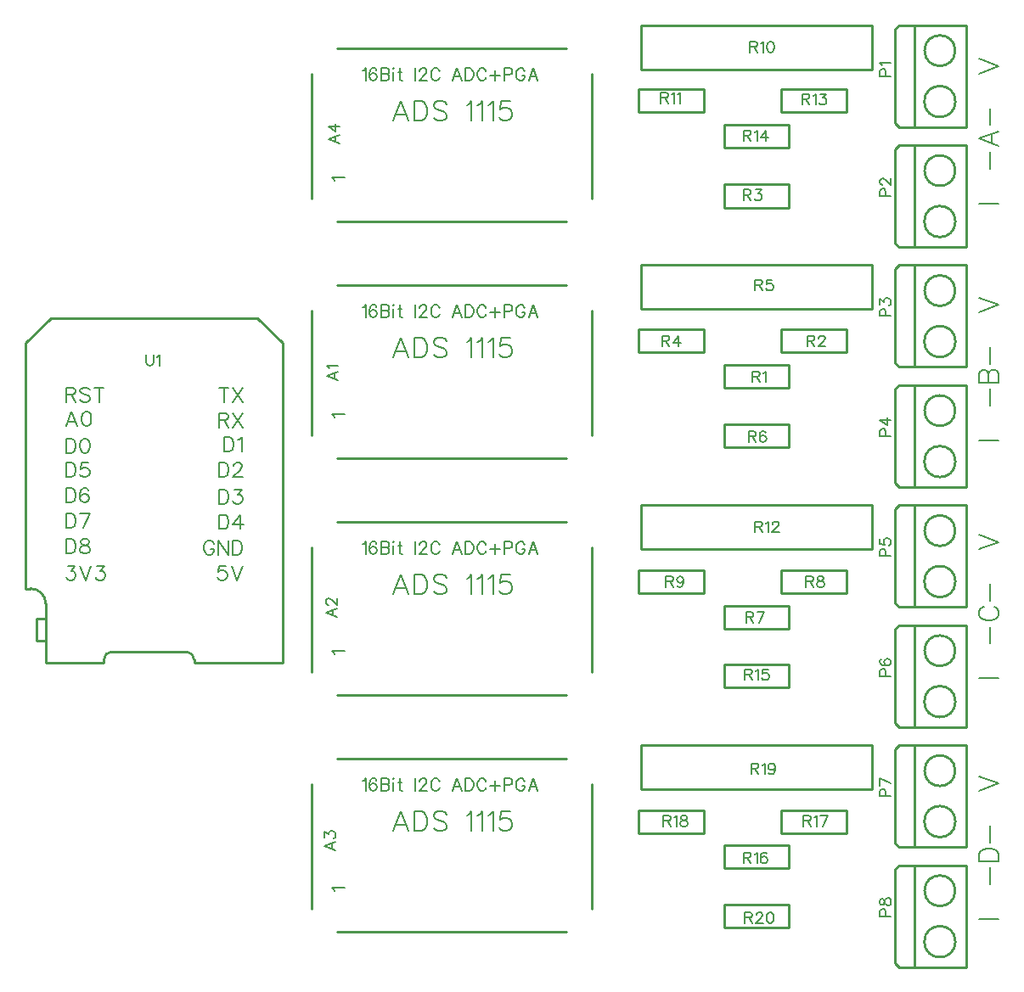
<source format=gto>
G04 Layer: TopSilkLayer*
G04 EasyEDA v6.4.20.6, 2021-08-25T17:44:25--6:00*
G04 0b233f2fb4364318bc2c10b70738dc44,10*
G04 Gerber Generator version 0.2*
G04 Scale: 100 percent, Rotated: No, Reflected: No *
G04 Dimensions in millimeters *
G04 leading zeros omitted , absolute positions ,4 integer and 5 decimal *
%FSLAX45Y45*%
%MOMM*%

%ADD10C,0.2540*%
%ADD14C,0.2032*%
%ADD15C,0.1524*%

%LPD*%
D14*
X10386822Y11963400D02*
G01*
X10580624Y11963400D01*
X10497565Y12308839D02*
G01*
X10497565Y12475210D01*
X10386822Y12609829D02*
G01*
X10580624Y12536170D01*
X10386822Y12609829D02*
G01*
X10580624Y12683744D01*
X10516108Y12563855D02*
G01*
X10516108Y12656058D01*
X10497565Y12744704D02*
G01*
X10497565Y12911074D01*
X10386822Y13256513D02*
G01*
X10580624Y13330428D01*
X10386822Y13404342D02*
G01*
X10580624Y13330428D01*
X10386822Y9601200D02*
G01*
X10580624Y9601200D01*
X10497565Y9946639D02*
G01*
X10497565Y10113010D01*
X10386822Y10173970D02*
G01*
X10580624Y10173970D01*
X10386822Y10173970D02*
G01*
X10386822Y10257028D01*
X10395965Y10284713D01*
X10405109Y10293858D01*
X10423652Y10303255D01*
X10442193Y10303255D01*
X10460736Y10293858D01*
X10469879Y10284713D01*
X10479024Y10257028D01*
X10479024Y10173970D02*
G01*
X10479024Y10257028D01*
X10488422Y10284713D01*
X10497565Y10293858D01*
X10516108Y10303255D01*
X10543793Y10303255D01*
X10562336Y10293858D01*
X10571479Y10284713D01*
X10580624Y10257028D01*
X10580624Y10173970D01*
X10497565Y10364215D02*
G01*
X10497565Y10530331D01*
X10386822Y10875771D02*
G01*
X10580624Y10949686D01*
X10386822Y11023600D02*
G01*
X10580624Y10949686D01*
X10386822Y7226300D02*
G01*
X10580624Y7226300D01*
X10497565Y7571739D02*
G01*
X10497565Y7738110D01*
X10433050Y7937500D02*
G01*
X10414508Y7928355D01*
X10395965Y7909813D01*
X10386822Y7891271D01*
X10386822Y7854442D01*
X10395965Y7835900D01*
X10414508Y7817358D01*
X10433050Y7808213D01*
X10460736Y7799070D01*
X10506709Y7799070D01*
X10534650Y7808213D01*
X10552938Y7817358D01*
X10571479Y7835900D01*
X10580624Y7854442D01*
X10580624Y7891271D01*
X10571479Y7909813D01*
X10552938Y7928355D01*
X10534650Y7937500D01*
X10497565Y7998460D02*
G01*
X10497565Y8164829D01*
X10386822Y8510270D02*
G01*
X10580624Y8583929D01*
X10386822Y8657844D02*
G01*
X10580624Y8583929D01*
X10386822Y4826000D02*
G01*
X10580624Y4826000D01*
X10497565Y5171439D02*
G01*
X10497565Y5337810D01*
X10386822Y5398770D02*
G01*
X10580624Y5398770D01*
X10386822Y5398770D02*
G01*
X10386822Y5463286D01*
X10395965Y5490971D01*
X10414508Y5509513D01*
X10433050Y5518657D01*
X10460736Y5528055D01*
X10506709Y5528055D01*
X10534650Y5518657D01*
X10552938Y5509513D01*
X10571479Y5490971D01*
X10580624Y5463286D01*
X10580624Y5398770D01*
X10497565Y5589015D02*
G01*
X10497565Y5755131D01*
X10386822Y6100571D02*
G01*
X10580624Y6174486D01*
X10386822Y6248400D02*
G01*
X10580624Y6174486D01*
D15*
X2082800Y10452717D02*
G01*
X2082800Y10374739D01*
X2087879Y10359245D01*
X2098293Y10348831D01*
X2114041Y10343751D01*
X2124456Y10343751D01*
X2139950Y10348831D01*
X2150363Y10359245D01*
X2155443Y10374739D01*
X2155443Y10452717D01*
X2189734Y10431889D02*
G01*
X2200147Y10437223D01*
X2215895Y10452717D01*
X2215895Y10343751D01*
D14*
X1282707Y10124988D02*
G01*
X1282707Y9981806D01*
X1282707Y10124988D02*
G01*
X1344071Y10124988D01*
X1364526Y10118171D01*
X1371343Y10111351D01*
X1378163Y10097716D01*
X1378163Y10084079D01*
X1371343Y10070442D01*
X1364526Y10063624D01*
X1344071Y10056807D01*
X1282707Y10056807D01*
X1330434Y10056807D02*
G01*
X1378163Y9981806D01*
X1518617Y10104534D02*
G01*
X1504980Y10118171D01*
X1484525Y10124988D01*
X1457253Y10124988D01*
X1436799Y10118171D01*
X1423162Y10104534D01*
X1423162Y10090896D01*
X1429979Y10077262D01*
X1436799Y10070442D01*
X1450433Y10063624D01*
X1491343Y10049987D01*
X1504980Y10043170D01*
X1511797Y10036352D01*
X1518617Y10022715D01*
X1518617Y10002260D01*
X1504980Y9988623D01*
X1484525Y9981806D01*
X1457253Y9981806D01*
X1436799Y9988623D01*
X1423162Y10002260D01*
X1611342Y10124988D02*
G01*
X1611342Y9981806D01*
X1563616Y10124988D02*
G01*
X1659072Y10124988D01*
X1337249Y9883688D02*
G01*
X1282705Y9740506D01*
X1337249Y9883688D02*
G01*
X1391795Y9740506D01*
X1303159Y9788232D02*
G01*
X1371340Y9788232D01*
X1477705Y9883688D02*
G01*
X1457251Y9876871D01*
X1443614Y9856416D01*
X1436796Y9822324D01*
X1436796Y9801870D01*
X1443614Y9767778D01*
X1457251Y9747323D01*
X1477705Y9740506D01*
X1491340Y9740506D01*
X1511795Y9747323D01*
X1525432Y9767778D01*
X1532249Y9801870D01*
X1532249Y9822324D01*
X1525432Y9856416D01*
X1511795Y9876871D01*
X1491340Y9883688D01*
X1477705Y9883688D01*
X1282705Y9616988D02*
G01*
X1282705Y9473806D01*
X1282705Y9616988D02*
G01*
X1330434Y9616988D01*
X1350888Y9610171D01*
X1364523Y9596534D01*
X1371343Y9582896D01*
X1378160Y9562442D01*
X1378160Y9528352D01*
X1371343Y9507898D01*
X1364523Y9494260D01*
X1350888Y9480623D01*
X1330434Y9473806D01*
X1282705Y9473806D01*
X1464071Y9616988D02*
G01*
X1443616Y9610171D01*
X1429979Y9589716D01*
X1423162Y9555624D01*
X1423162Y9535170D01*
X1429979Y9501078D01*
X1443616Y9480623D01*
X1464071Y9473806D01*
X1477705Y9473806D01*
X1498160Y9480623D01*
X1511797Y9501078D01*
X1518615Y9535170D01*
X1518615Y9555624D01*
X1511797Y9589716D01*
X1498160Y9610171D01*
X1477705Y9616988D01*
X1464071Y9616988D01*
X1282705Y9375688D02*
G01*
X1282705Y9232506D01*
X1282705Y9375688D02*
G01*
X1330434Y9375688D01*
X1350888Y9368871D01*
X1364523Y9355234D01*
X1371343Y9341596D01*
X1378160Y9321142D01*
X1378160Y9287052D01*
X1371343Y9266598D01*
X1364523Y9252960D01*
X1350888Y9239323D01*
X1330434Y9232506D01*
X1282705Y9232506D01*
X1504977Y9375688D02*
G01*
X1436796Y9375688D01*
X1429979Y9314324D01*
X1436796Y9321142D01*
X1457251Y9327962D01*
X1477705Y9327962D01*
X1498160Y9321142D01*
X1511797Y9307507D01*
X1518615Y9287052D01*
X1518615Y9273415D01*
X1511797Y9252960D01*
X1498160Y9239323D01*
X1477705Y9232506D01*
X1457251Y9232506D01*
X1436796Y9239323D01*
X1429979Y9246143D01*
X1423162Y9259778D01*
X1282710Y9121688D02*
G01*
X1282710Y8978506D01*
X1282710Y9121688D02*
G01*
X1330436Y9121688D01*
X1350891Y9114871D01*
X1364528Y9101234D01*
X1371345Y9087596D01*
X1378163Y9067142D01*
X1378163Y9033052D01*
X1371345Y9012598D01*
X1364528Y8998960D01*
X1350891Y8985323D01*
X1330436Y8978506D01*
X1282710Y8978506D01*
X1504983Y9101234D02*
G01*
X1498163Y9114871D01*
X1477708Y9121688D01*
X1464073Y9121688D01*
X1443619Y9114871D01*
X1429981Y9094416D01*
X1423164Y9060324D01*
X1423164Y9026232D01*
X1429981Y8998960D01*
X1443619Y8985323D01*
X1464073Y8978506D01*
X1470891Y8978506D01*
X1491345Y8985323D01*
X1504983Y8998960D01*
X1511800Y9019415D01*
X1511800Y9026232D01*
X1504983Y9046687D01*
X1491345Y9060324D01*
X1470891Y9067142D01*
X1464073Y9067142D01*
X1443619Y9060324D01*
X1429981Y9046687D01*
X1423164Y9026232D01*
X1282705Y8867688D02*
G01*
X1282705Y8724506D01*
X1282705Y8867688D02*
G01*
X1330434Y8867688D01*
X1350888Y8860871D01*
X1364523Y8847234D01*
X1371343Y8833596D01*
X1378160Y8813142D01*
X1378160Y8779052D01*
X1371343Y8758598D01*
X1364523Y8744960D01*
X1350888Y8731323D01*
X1330434Y8724506D01*
X1282705Y8724506D01*
X1518615Y8867688D02*
G01*
X1450433Y8724506D01*
X1423162Y8867688D02*
G01*
X1518615Y8867688D01*
X1282705Y8613688D02*
G01*
X1282705Y8470506D01*
X1282705Y8613688D02*
G01*
X1330434Y8613688D01*
X1350888Y8606871D01*
X1364523Y8593234D01*
X1371343Y8579596D01*
X1378160Y8559142D01*
X1378160Y8525052D01*
X1371343Y8504598D01*
X1364523Y8490960D01*
X1350888Y8477323D01*
X1330434Y8470506D01*
X1282705Y8470506D01*
X1457251Y8613688D02*
G01*
X1436796Y8606871D01*
X1429979Y8593234D01*
X1429979Y8579596D01*
X1436796Y8565962D01*
X1450433Y8559142D01*
X1477705Y8552324D01*
X1498160Y8545507D01*
X1511797Y8531870D01*
X1518615Y8518232D01*
X1518615Y8497778D01*
X1511797Y8484143D01*
X1504977Y8477323D01*
X1484523Y8470506D01*
X1457251Y8470506D01*
X1436796Y8477323D01*
X1429979Y8484143D01*
X1423162Y8497778D01*
X1423162Y8518232D01*
X1429979Y8531870D01*
X1443616Y8545507D01*
X1464071Y8552324D01*
X1491343Y8559142D01*
X1504977Y8565962D01*
X1511797Y8579596D01*
X1511797Y8593234D01*
X1504977Y8606871D01*
X1484523Y8613688D01*
X1457251Y8613688D01*
X1296344Y8346988D02*
G01*
X1371343Y8346988D01*
X1330434Y8292442D01*
X1350888Y8292442D01*
X1364526Y8285624D01*
X1371343Y8278807D01*
X1378163Y8258352D01*
X1378163Y8244715D01*
X1371343Y8224260D01*
X1357708Y8210623D01*
X1337254Y8203806D01*
X1316799Y8203806D01*
X1296344Y8210623D01*
X1289524Y8217443D01*
X1282707Y8231078D01*
X1423162Y8346988D02*
G01*
X1477708Y8203806D01*
X1532252Y8346988D02*
G01*
X1477708Y8203806D01*
X1590888Y8346988D02*
G01*
X1665889Y8346988D01*
X1624980Y8292442D01*
X1645434Y8292442D01*
X1659072Y8285624D01*
X1665889Y8278807D01*
X1672706Y8258352D01*
X1672706Y8244715D01*
X1665889Y8224260D01*
X1652252Y8210623D01*
X1631797Y8203806D01*
X1611342Y8203806D01*
X1590888Y8210623D01*
X1584070Y8217443D01*
X1577253Y8231078D01*
X2854434Y10124988D02*
G01*
X2854434Y9981806D01*
X2806707Y10124988D02*
G01*
X2902160Y10124988D01*
X2947161Y10124988D02*
G01*
X3042615Y9981806D01*
X3042615Y10124988D02*
G01*
X2947161Y9981806D01*
X2806707Y9870988D02*
G01*
X2806707Y9727806D01*
X2806707Y9870988D02*
G01*
X2868071Y9870988D01*
X2888526Y9864171D01*
X2895343Y9857351D01*
X2902160Y9843716D01*
X2902160Y9830079D01*
X2895343Y9816442D01*
X2888526Y9809624D01*
X2868071Y9802807D01*
X2806707Y9802807D01*
X2854434Y9802807D02*
G01*
X2902160Y9727806D01*
X2947161Y9870988D02*
G01*
X3042615Y9727806D01*
X3042615Y9870988D02*
G01*
X2947161Y9727806D01*
X2857507Y9629688D02*
G01*
X2857507Y9486506D01*
X2857507Y9629688D02*
G01*
X2905234Y9629688D01*
X2925688Y9622871D01*
X2939326Y9609234D01*
X2946143Y9595596D01*
X2952960Y9575142D01*
X2952960Y9541052D01*
X2946143Y9520598D01*
X2939326Y9506960D01*
X2925688Y9493323D01*
X2905234Y9486506D01*
X2857507Y9486506D01*
X2997961Y9602416D02*
G01*
X3011599Y9609234D01*
X3032051Y9629688D01*
X3032051Y9486506D01*
X2806700Y9377824D02*
G01*
X2806700Y9234642D01*
X2806700Y9377824D02*
G01*
X2854426Y9377824D01*
X2874881Y9371007D01*
X2888518Y9357370D01*
X2895335Y9343732D01*
X2902153Y9323278D01*
X2902153Y9289188D01*
X2895335Y9268734D01*
X2888518Y9255097D01*
X2874881Y9241459D01*
X2854426Y9234642D01*
X2806700Y9234642D01*
X2953971Y9343732D02*
G01*
X2953971Y9350552D01*
X2960791Y9364187D01*
X2967609Y9371007D01*
X2981243Y9377824D01*
X3008518Y9377824D01*
X3022152Y9371007D01*
X3028972Y9364187D01*
X3035790Y9350552D01*
X3035790Y9336915D01*
X3028972Y9323278D01*
X3015335Y9302823D01*
X2947154Y9234642D01*
X3042607Y9234642D01*
X2806707Y9108988D02*
G01*
X2806707Y8965806D01*
X2806707Y9108988D02*
G01*
X2854434Y9108988D01*
X2874888Y9102171D01*
X2888526Y9088534D01*
X2895343Y9074896D01*
X2902160Y9054442D01*
X2902160Y9020352D01*
X2895343Y8999898D01*
X2888526Y8986260D01*
X2874888Y8972623D01*
X2854434Y8965806D01*
X2806707Y8965806D01*
X2960799Y9108988D02*
G01*
X3035797Y9108988D01*
X2994888Y9054442D01*
X3015343Y9054442D01*
X3028980Y9047624D01*
X3035797Y9040807D01*
X3042615Y9020352D01*
X3042615Y9006715D01*
X3035797Y8986260D01*
X3022160Y8972623D01*
X3001705Y8965806D01*
X2981251Y8965806D01*
X2960799Y8972623D01*
X2953979Y8979443D01*
X2947161Y8993078D01*
X2806700Y8857124D02*
G01*
X2806700Y8713942D01*
X2806700Y8857124D02*
G01*
X2854426Y8857124D01*
X2874881Y8850307D01*
X2888518Y8836670D01*
X2895335Y8823032D01*
X2902153Y8802578D01*
X2902153Y8768488D01*
X2895335Y8748034D01*
X2888518Y8734397D01*
X2874881Y8720759D01*
X2854426Y8713942D01*
X2806700Y8713942D01*
X3015335Y8857124D02*
G01*
X2947154Y8761669D01*
X3049427Y8761669D01*
X3015335Y8857124D02*
G01*
X3015335Y8713942D01*
X2756580Y8566896D02*
G01*
X2749760Y8580534D01*
X2736126Y8594171D01*
X2722488Y8600988D01*
X2695216Y8600988D01*
X2681579Y8594171D01*
X2667942Y8580534D01*
X2661124Y8566896D01*
X2654307Y8546442D01*
X2654307Y8512352D01*
X2661124Y8491898D01*
X2667942Y8478260D01*
X2681579Y8464623D01*
X2695216Y8457806D01*
X2722488Y8457806D01*
X2736126Y8464623D01*
X2749760Y8478260D01*
X2756580Y8491898D01*
X2756580Y8512352D01*
X2722488Y8512352D02*
G01*
X2756580Y8512352D01*
X2801579Y8600988D02*
G01*
X2801579Y8457806D01*
X2801579Y8600988D02*
G01*
X2897035Y8457806D01*
X2897035Y8600988D02*
G01*
X2897035Y8457806D01*
X2942033Y8600988D02*
G01*
X2942033Y8457806D01*
X2942033Y8600988D02*
G01*
X2989762Y8600988D01*
X3010217Y8594171D01*
X3023852Y8580534D01*
X3030669Y8566896D01*
X3037489Y8546442D01*
X3037489Y8512352D01*
X3030669Y8491898D01*
X3023852Y8478260D01*
X3010217Y8464623D01*
X2989762Y8457806D01*
X2942033Y8457806D01*
X2875823Y8346983D02*
G01*
X2807642Y8346983D01*
X2800822Y8285619D01*
X2807642Y8292437D01*
X2828096Y8299256D01*
X2848551Y8299256D01*
X2869006Y8292437D01*
X2882640Y8278802D01*
X2889460Y8258347D01*
X2889460Y8244710D01*
X2882640Y8224255D01*
X2869006Y8210618D01*
X2848551Y8203801D01*
X2828096Y8203801D01*
X2807642Y8210618D01*
X2800822Y8217438D01*
X2794005Y8231073D01*
X2934459Y8346983D02*
G01*
X2989005Y8203801D01*
X3043549Y8346983D02*
G01*
X2989005Y8203801D01*
D15*
X3885184Y10239755D02*
G01*
X3994150Y10198100D01*
X3885184Y10239755D02*
G01*
X3994150Y10281158D01*
X3957827Y10213594D02*
G01*
X3957827Y10265663D01*
X3906011Y10315447D02*
G01*
X3900677Y10325862D01*
X3885184Y10341610D01*
X3994150Y10341610D01*
D14*
X4620513Y10618972D02*
G01*
X4546600Y10425170D01*
X4620513Y10618972D02*
G01*
X4694427Y10425170D01*
X4574286Y10489686D02*
G01*
X4666741Y10489686D01*
X4755388Y10618972D02*
G01*
X4755388Y10425170D01*
X4755388Y10618972D02*
G01*
X4819904Y10618972D01*
X4847590Y10609828D01*
X4866131Y10591286D01*
X4875529Y10572744D01*
X4884674Y10545058D01*
X4884674Y10499084D01*
X4875529Y10471144D01*
X4866131Y10452856D01*
X4847590Y10434314D01*
X4819904Y10425170D01*
X4755388Y10425170D01*
X5074920Y10591286D02*
G01*
X5056377Y10609828D01*
X5028691Y10618972D01*
X4991861Y10618972D01*
X4964175Y10609828D01*
X4945634Y10591286D01*
X4945634Y10572744D01*
X4954777Y10554456D01*
X4964175Y10545058D01*
X4982463Y10535914D01*
X5038090Y10517372D01*
X5056377Y10508228D01*
X5065775Y10499084D01*
X5074920Y10480542D01*
X5074920Y10452856D01*
X5056377Y10434314D01*
X5028691Y10425170D01*
X4991861Y10425170D01*
X4964175Y10434314D01*
X4945634Y10452856D01*
X5278120Y10582142D02*
G01*
X5296661Y10591286D01*
X5324347Y10618972D01*
X5324347Y10425170D01*
X5385308Y10582142D02*
G01*
X5403850Y10591286D01*
X5431536Y10618972D01*
X5431536Y10425170D01*
X5492495Y10582142D02*
G01*
X5510784Y10591286D01*
X5538470Y10618972D01*
X5538470Y10425170D01*
X5710427Y10618972D02*
G01*
X5617972Y10618972D01*
X5608827Y10535914D01*
X5617972Y10545058D01*
X5645658Y10554456D01*
X5673343Y10554456D01*
X5701029Y10545058D01*
X5719572Y10526770D01*
X5728970Y10499084D01*
X5728970Y10480542D01*
X5719572Y10452856D01*
X5701029Y10434314D01*
X5673343Y10425170D01*
X5645658Y10425170D01*
X5617972Y10434314D01*
X5608827Y10443458D01*
X5599429Y10462000D01*
X4241800Y10925550D02*
G01*
X4253229Y10931138D01*
X4270756Y10948664D01*
X4270756Y10827252D01*
X4377943Y10931138D02*
G01*
X4372356Y10942822D01*
X4354829Y10948664D01*
X4343400Y10948664D01*
X4326127Y10942822D01*
X4314443Y10925550D01*
X4308856Y10896594D01*
X4308856Y10867638D01*
X4314443Y10844524D01*
X4326127Y10833094D01*
X4343400Y10827252D01*
X4349241Y10827252D01*
X4366513Y10833094D01*
X4377943Y10844524D01*
X4383786Y10862050D01*
X4383786Y10867638D01*
X4377943Y10885164D01*
X4366513Y10896594D01*
X4349241Y10902436D01*
X4343400Y10902436D01*
X4326127Y10896594D01*
X4314443Y10885164D01*
X4308856Y10867638D01*
X4421886Y10948664D02*
G01*
X4421886Y10827252D01*
X4421886Y10948664D02*
G01*
X4473956Y10948664D01*
X4491227Y10942822D01*
X4497070Y10936980D01*
X4502658Y10925550D01*
X4502658Y10913866D01*
X4497070Y10902436D01*
X4491227Y10896594D01*
X4473956Y10890752D01*
X4421886Y10890752D02*
G01*
X4473956Y10890752D01*
X4491227Y10885164D01*
X4497070Y10879322D01*
X4502658Y10867638D01*
X4502658Y10850366D01*
X4497070Y10838936D01*
X4491227Y10833094D01*
X4473956Y10827252D01*
X4421886Y10827252D01*
X4540758Y10948664D02*
G01*
X4546600Y10942822D01*
X4552441Y10948664D01*
X4546600Y10954252D01*
X4540758Y10948664D01*
X4546600Y10908024D02*
G01*
X4546600Y10827252D01*
X4607813Y10948664D02*
G01*
X4607813Y10850366D01*
X4613656Y10833094D01*
X4625086Y10827252D01*
X4636770Y10827252D01*
X4590541Y10908024D02*
G01*
X4630927Y10908024D01*
X4763770Y10948664D02*
G01*
X4763770Y10827252D01*
X4807458Y10919708D02*
G01*
X4807458Y10925550D01*
X4813300Y10936980D01*
X4819141Y10942822D01*
X4830572Y10948664D01*
X4853686Y10948664D01*
X4865370Y10942822D01*
X4870958Y10936980D01*
X4876800Y10925550D01*
X4876800Y10913866D01*
X4870958Y10902436D01*
X4859527Y10885164D01*
X4801870Y10827252D01*
X4882641Y10827252D01*
X5007356Y10919708D02*
G01*
X5001513Y10931138D01*
X4989829Y10942822D01*
X4978400Y10948664D01*
X4955286Y10948664D01*
X4943856Y10942822D01*
X4932172Y10931138D01*
X4926329Y10919708D01*
X4920741Y10902436D01*
X4920741Y10873480D01*
X4926329Y10856208D01*
X4932172Y10844524D01*
X4943856Y10833094D01*
X4955286Y10827252D01*
X4978400Y10827252D01*
X4989829Y10833094D01*
X5001513Y10844524D01*
X5007356Y10856208D01*
X5180329Y10948664D02*
G01*
X5134356Y10827252D01*
X5180329Y10948664D02*
G01*
X5226558Y10827252D01*
X5151627Y10867638D02*
G01*
X5209286Y10867638D01*
X5264658Y10948664D02*
G01*
X5264658Y10827252D01*
X5264658Y10948664D02*
G01*
X5305043Y10948664D01*
X5322570Y10942822D01*
X5334000Y10931138D01*
X5339841Y10919708D01*
X5345429Y10902436D01*
X5345429Y10873480D01*
X5339841Y10856208D01*
X5334000Y10844524D01*
X5322570Y10833094D01*
X5305043Y10827252D01*
X5264658Y10827252D01*
X5470143Y10919708D02*
G01*
X5464556Y10931138D01*
X5452872Y10942822D01*
X5441441Y10948664D01*
X5418327Y10948664D01*
X5406643Y10942822D01*
X5395213Y10931138D01*
X5389372Y10919708D01*
X5383529Y10902436D01*
X5383529Y10873480D01*
X5389372Y10856208D01*
X5395213Y10844524D01*
X5406643Y10833094D01*
X5418327Y10827252D01*
X5441441Y10827252D01*
X5452872Y10833094D01*
X5464556Y10844524D01*
X5470143Y10856208D01*
X5560313Y10931138D02*
G01*
X5560313Y10827252D01*
X5508243Y10879322D02*
G01*
X5612129Y10879322D01*
X5650229Y10948664D02*
G01*
X5650229Y10827252D01*
X5650229Y10948664D02*
G01*
X5702300Y10948664D01*
X5719572Y10942822D01*
X5725413Y10936980D01*
X5731256Y10925550D01*
X5731256Y10908024D01*
X5725413Y10896594D01*
X5719572Y10890752D01*
X5702300Y10885164D01*
X5650229Y10885164D01*
X5855970Y10919708D02*
G01*
X5850127Y10931138D01*
X5838443Y10942822D01*
X5827013Y10948664D01*
X5803900Y10948664D01*
X5792470Y10942822D01*
X5780786Y10931138D01*
X5774943Y10919708D01*
X5769356Y10902436D01*
X5769356Y10873480D01*
X5774943Y10856208D01*
X5780786Y10844524D01*
X5792470Y10833094D01*
X5803900Y10827252D01*
X5827013Y10827252D01*
X5838443Y10833094D01*
X5850127Y10844524D01*
X5855970Y10856208D01*
X5855970Y10873480D01*
X5827013Y10873480D02*
G01*
X5855970Y10873480D01*
X5940043Y10948664D02*
G01*
X5894070Y10827252D01*
X5940043Y10948664D02*
G01*
X5986272Y10827252D01*
X5911341Y10867638D02*
G01*
X5969000Y10867638D01*
X3958843Y9829794D02*
G01*
X3953256Y9841224D01*
X3935729Y9858750D01*
X4057141Y9858750D01*
D15*
X3872484Y7877555D02*
G01*
X3981450Y7835900D01*
X3872484Y7877555D02*
G01*
X3981450Y7918958D01*
X3945127Y7851394D02*
G01*
X3945127Y7903463D01*
X3898391Y7958581D02*
G01*
X3893311Y7958581D01*
X3882897Y7963662D01*
X3877563Y7968995D01*
X3872484Y7979410D01*
X3872484Y7999984D01*
X3877563Y8010397D01*
X3882897Y8015731D01*
X3893311Y8020812D01*
X3903725Y8020812D01*
X3914140Y8015731D01*
X3929634Y8005318D01*
X3981450Y7953247D01*
X3981450Y8026145D01*
D14*
X4620513Y8256775D02*
G01*
X4546600Y8062973D01*
X4620513Y8256775D02*
G01*
X4694427Y8062973D01*
X4574286Y8127489D02*
G01*
X4666741Y8127489D01*
X4755388Y8256775D02*
G01*
X4755388Y8062973D01*
X4755388Y8256775D02*
G01*
X4819904Y8256775D01*
X4847590Y8247631D01*
X4866131Y8229089D01*
X4875529Y8210547D01*
X4884674Y8182861D01*
X4884674Y8136887D01*
X4875529Y8108947D01*
X4866131Y8090659D01*
X4847590Y8072117D01*
X4819904Y8062973D01*
X4755388Y8062973D01*
X5074920Y8229089D02*
G01*
X5056377Y8247631D01*
X5028691Y8256775D01*
X4991861Y8256775D01*
X4964175Y8247631D01*
X4945634Y8229089D01*
X4945634Y8210547D01*
X4954777Y8192259D01*
X4964175Y8182861D01*
X4982463Y8173717D01*
X5038090Y8155175D01*
X5056377Y8146031D01*
X5065775Y8136887D01*
X5074920Y8118345D01*
X5074920Y8090659D01*
X5056377Y8072117D01*
X5028691Y8062973D01*
X4991861Y8062973D01*
X4964175Y8072117D01*
X4945634Y8090659D01*
X5278120Y8219945D02*
G01*
X5296661Y8229089D01*
X5324347Y8256775D01*
X5324347Y8062973D01*
X5385308Y8219945D02*
G01*
X5403850Y8229089D01*
X5431536Y8256775D01*
X5431536Y8062973D01*
X5492495Y8219945D02*
G01*
X5510784Y8229089D01*
X5538470Y8256775D01*
X5538470Y8062973D01*
X5710427Y8256775D02*
G01*
X5617972Y8256775D01*
X5608827Y8173717D01*
X5617972Y8182861D01*
X5645658Y8192259D01*
X5673343Y8192259D01*
X5701029Y8182861D01*
X5719572Y8164573D01*
X5728970Y8136887D01*
X5728970Y8118345D01*
X5719572Y8090659D01*
X5701029Y8072117D01*
X5673343Y8062973D01*
X5645658Y8062973D01*
X5617972Y8072117D01*
X5608827Y8081261D01*
X5599429Y8099803D01*
X4241800Y8563353D02*
G01*
X4253229Y8568941D01*
X4270756Y8586467D01*
X4270756Y8465055D01*
X4377943Y8568941D02*
G01*
X4372356Y8580625D01*
X4354829Y8586467D01*
X4343400Y8586467D01*
X4326127Y8580625D01*
X4314443Y8563353D01*
X4308856Y8534397D01*
X4308856Y8505441D01*
X4314443Y8482327D01*
X4326127Y8470897D01*
X4343400Y8465055D01*
X4349241Y8465055D01*
X4366513Y8470897D01*
X4377943Y8482327D01*
X4383786Y8499853D01*
X4383786Y8505441D01*
X4377943Y8522967D01*
X4366513Y8534397D01*
X4349241Y8540239D01*
X4343400Y8540239D01*
X4326127Y8534397D01*
X4314443Y8522967D01*
X4308856Y8505441D01*
X4421886Y8586467D02*
G01*
X4421886Y8465055D01*
X4421886Y8586467D02*
G01*
X4473956Y8586467D01*
X4491227Y8580625D01*
X4497070Y8574783D01*
X4502658Y8563353D01*
X4502658Y8551669D01*
X4497070Y8540239D01*
X4491227Y8534397D01*
X4473956Y8528555D01*
X4421886Y8528555D02*
G01*
X4473956Y8528555D01*
X4491227Y8522967D01*
X4497070Y8517125D01*
X4502658Y8505441D01*
X4502658Y8488169D01*
X4497070Y8476739D01*
X4491227Y8470897D01*
X4473956Y8465055D01*
X4421886Y8465055D01*
X4540758Y8586467D02*
G01*
X4546600Y8580625D01*
X4552441Y8586467D01*
X4546600Y8592055D01*
X4540758Y8586467D01*
X4546600Y8545827D02*
G01*
X4546600Y8465055D01*
X4607813Y8586467D02*
G01*
X4607813Y8488169D01*
X4613656Y8470897D01*
X4625086Y8465055D01*
X4636770Y8465055D01*
X4590541Y8545827D02*
G01*
X4630927Y8545827D01*
X4763770Y8586467D02*
G01*
X4763770Y8465055D01*
X4807458Y8557511D02*
G01*
X4807458Y8563353D01*
X4813300Y8574783D01*
X4819141Y8580625D01*
X4830572Y8586467D01*
X4853686Y8586467D01*
X4865370Y8580625D01*
X4870958Y8574783D01*
X4876800Y8563353D01*
X4876800Y8551669D01*
X4870958Y8540239D01*
X4859527Y8522967D01*
X4801870Y8465055D01*
X4882641Y8465055D01*
X5007356Y8557511D02*
G01*
X5001513Y8568941D01*
X4989829Y8580625D01*
X4978400Y8586467D01*
X4955286Y8586467D01*
X4943856Y8580625D01*
X4932172Y8568941D01*
X4926329Y8557511D01*
X4920741Y8540239D01*
X4920741Y8511283D01*
X4926329Y8494011D01*
X4932172Y8482327D01*
X4943856Y8470897D01*
X4955286Y8465055D01*
X4978400Y8465055D01*
X4989829Y8470897D01*
X5001513Y8482327D01*
X5007356Y8494011D01*
X5180329Y8586467D02*
G01*
X5134356Y8465055D01*
X5180329Y8586467D02*
G01*
X5226558Y8465055D01*
X5151627Y8505441D02*
G01*
X5209286Y8505441D01*
X5264658Y8586467D02*
G01*
X5264658Y8465055D01*
X5264658Y8586467D02*
G01*
X5305043Y8586467D01*
X5322570Y8580625D01*
X5334000Y8568941D01*
X5339841Y8557511D01*
X5345429Y8540239D01*
X5345429Y8511283D01*
X5339841Y8494011D01*
X5334000Y8482327D01*
X5322570Y8470897D01*
X5305043Y8465055D01*
X5264658Y8465055D01*
X5470143Y8557511D02*
G01*
X5464556Y8568941D01*
X5452872Y8580625D01*
X5441441Y8586467D01*
X5418327Y8586467D01*
X5406643Y8580625D01*
X5395213Y8568941D01*
X5389372Y8557511D01*
X5383529Y8540239D01*
X5383529Y8511283D01*
X5389372Y8494011D01*
X5395213Y8482327D01*
X5406643Y8470897D01*
X5418327Y8465055D01*
X5441441Y8465055D01*
X5452872Y8470897D01*
X5464556Y8482327D01*
X5470143Y8494011D01*
X5560313Y8568941D02*
G01*
X5560313Y8465055D01*
X5508243Y8517125D02*
G01*
X5612129Y8517125D01*
X5650229Y8586467D02*
G01*
X5650229Y8465055D01*
X5650229Y8586467D02*
G01*
X5702300Y8586467D01*
X5719572Y8580625D01*
X5725413Y8574783D01*
X5731256Y8563353D01*
X5731256Y8545827D01*
X5725413Y8534397D01*
X5719572Y8528555D01*
X5702300Y8522967D01*
X5650229Y8522967D01*
X5855970Y8557511D02*
G01*
X5850127Y8568941D01*
X5838443Y8580625D01*
X5827013Y8586467D01*
X5803900Y8586467D01*
X5792470Y8580625D01*
X5780786Y8568941D01*
X5774943Y8557511D01*
X5769356Y8540239D01*
X5769356Y8511283D01*
X5774943Y8494011D01*
X5780786Y8482327D01*
X5792470Y8470897D01*
X5803900Y8465055D01*
X5827013Y8465055D01*
X5838443Y8470897D01*
X5850127Y8482327D01*
X5855970Y8494011D01*
X5855970Y8511283D01*
X5827013Y8511283D02*
G01*
X5855970Y8511283D01*
X5940043Y8586467D02*
G01*
X5894070Y8465055D01*
X5940043Y8586467D02*
G01*
X5986272Y8465055D01*
X5911341Y8505441D02*
G01*
X5969000Y8505441D01*
X3958843Y7467597D02*
G01*
X3953256Y7479027D01*
X3935729Y7496553D01*
X4057141Y7496553D01*
D15*
X3859784Y5553455D02*
G01*
X3968750Y5511800D01*
X3859784Y5553455D02*
G01*
X3968750Y5594857D01*
X3932427Y5527294D02*
G01*
X3932427Y5579363D01*
X3859784Y5639562D02*
G01*
X3859784Y5696712D01*
X3901440Y5665470D01*
X3901440Y5681218D01*
X3906520Y5691631D01*
X3911600Y5696712D01*
X3927347Y5702045D01*
X3937761Y5702045D01*
X3953256Y5696712D01*
X3963670Y5686297D01*
X3968750Y5670804D01*
X3968750Y5655310D01*
X3963670Y5639562D01*
X3958590Y5634481D01*
X3948175Y5629147D01*
D14*
X4620513Y5894578D02*
G01*
X4546600Y5700776D01*
X4620513Y5894578D02*
G01*
X4694427Y5700776D01*
X4574286Y5765292D02*
G01*
X4666741Y5765292D01*
X4755388Y5894578D02*
G01*
X4755388Y5700776D01*
X4755388Y5894578D02*
G01*
X4819904Y5894578D01*
X4847590Y5885434D01*
X4866131Y5866892D01*
X4875529Y5848350D01*
X4884674Y5820663D01*
X4884674Y5774689D01*
X4875529Y5746750D01*
X4866131Y5728462D01*
X4847590Y5709920D01*
X4819904Y5700776D01*
X4755388Y5700776D01*
X5074920Y5866892D02*
G01*
X5056377Y5885434D01*
X5028691Y5894578D01*
X4991861Y5894578D01*
X4964175Y5885434D01*
X4945634Y5866892D01*
X4945634Y5848350D01*
X4954777Y5830062D01*
X4964175Y5820663D01*
X4982463Y5811520D01*
X5038090Y5792978D01*
X5056377Y5783834D01*
X5065775Y5774689D01*
X5074920Y5756147D01*
X5074920Y5728462D01*
X5056377Y5709920D01*
X5028691Y5700776D01*
X4991861Y5700776D01*
X4964175Y5709920D01*
X4945634Y5728462D01*
X5278120Y5857747D02*
G01*
X5296661Y5866892D01*
X5324347Y5894578D01*
X5324347Y5700776D01*
X5385308Y5857747D02*
G01*
X5403850Y5866892D01*
X5431536Y5894578D01*
X5431536Y5700776D01*
X5492495Y5857747D02*
G01*
X5510784Y5866892D01*
X5538470Y5894578D01*
X5538470Y5700776D01*
X5710427Y5894578D02*
G01*
X5617972Y5894578D01*
X5608827Y5811520D01*
X5617972Y5820663D01*
X5645658Y5830062D01*
X5673343Y5830062D01*
X5701029Y5820663D01*
X5719572Y5802376D01*
X5728970Y5774689D01*
X5728970Y5756147D01*
X5719572Y5728462D01*
X5701029Y5709920D01*
X5673343Y5700776D01*
X5645658Y5700776D01*
X5617972Y5709920D01*
X5608827Y5719063D01*
X5599429Y5737605D01*
X4241800Y6201155D02*
G01*
X4253229Y6206744D01*
X4270756Y6224270D01*
X4270756Y6102857D01*
X4377943Y6206744D02*
G01*
X4372356Y6218428D01*
X4354829Y6224270D01*
X4343400Y6224270D01*
X4326127Y6218428D01*
X4314443Y6201155D01*
X4308856Y6172200D01*
X4308856Y6143244D01*
X4314443Y6120129D01*
X4326127Y6108700D01*
X4343400Y6102857D01*
X4349241Y6102857D01*
X4366513Y6108700D01*
X4377943Y6120129D01*
X4383786Y6137655D01*
X4383786Y6143244D01*
X4377943Y6160770D01*
X4366513Y6172200D01*
X4349241Y6178042D01*
X4343400Y6178042D01*
X4326127Y6172200D01*
X4314443Y6160770D01*
X4308856Y6143244D01*
X4421886Y6224270D02*
G01*
X4421886Y6102857D01*
X4421886Y6224270D02*
G01*
X4473956Y6224270D01*
X4491227Y6218428D01*
X4497070Y6212586D01*
X4502658Y6201155D01*
X4502658Y6189471D01*
X4497070Y6178042D01*
X4491227Y6172200D01*
X4473956Y6166357D01*
X4421886Y6166357D02*
G01*
X4473956Y6166357D01*
X4491227Y6160770D01*
X4497070Y6154928D01*
X4502658Y6143244D01*
X4502658Y6125971D01*
X4497070Y6114542D01*
X4491227Y6108700D01*
X4473956Y6102857D01*
X4421886Y6102857D01*
X4540758Y6224270D02*
G01*
X4546600Y6218428D01*
X4552441Y6224270D01*
X4546600Y6229857D01*
X4540758Y6224270D01*
X4546600Y6183629D02*
G01*
X4546600Y6102857D01*
X4607813Y6224270D02*
G01*
X4607813Y6125971D01*
X4613656Y6108700D01*
X4625086Y6102857D01*
X4636770Y6102857D01*
X4590541Y6183629D02*
G01*
X4630927Y6183629D01*
X4763770Y6224270D02*
G01*
X4763770Y6102857D01*
X4807458Y6195313D02*
G01*
X4807458Y6201155D01*
X4813300Y6212586D01*
X4819141Y6218428D01*
X4830572Y6224270D01*
X4853686Y6224270D01*
X4865370Y6218428D01*
X4870958Y6212586D01*
X4876800Y6201155D01*
X4876800Y6189471D01*
X4870958Y6178042D01*
X4859527Y6160770D01*
X4801870Y6102857D01*
X4882641Y6102857D01*
X5007356Y6195313D02*
G01*
X5001513Y6206744D01*
X4989829Y6218428D01*
X4978400Y6224270D01*
X4955286Y6224270D01*
X4943856Y6218428D01*
X4932172Y6206744D01*
X4926329Y6195313D01*
X4920741Y6178042D01*
X4920741Y6149086D01*
X4926329Y6131813D01*
X4932172Y6120129D01*
X4943856Y6108700D01*
X4955286Y6102857D01*
X4978400Y6102857D01*
X4989829Y6108700D01*
X5001513Y6120129D01*
X5007356Y6131813D01*
X5180329Y6224270D02*
G01*
X5134356Y6102857D01*
X5180329Y6224270D02*
G01*
X5226558Y6102857D01*
X5151627Y6143244D02*
G01*
X5209286Y6143244D01*
X5264658Y6224270D02*
G01*
X5264658Y6102857D01*
X5264658Y6224270D02*
G01*
X5305043Y6224270D01*
X5322570Y6218428D01*
X5334000Y6206744D01*
X5339841Y6195313D01*
X5345429Y6178042D01*
X5345429Y6149086D01*
X5339841Y6131813D01*
X5334000Y6120129D01*
X5322570Y6108700D01*
X5305043Y6102857D01*
X5264658Y6102857D01*
X5470143Y6195313D02*
G01*
X5464556Y6206744D01*
X5452872Y6218428D01*
X5441441Y6224270D01*
X5418327Y6224270D01*
X5406643Y6218428D01*
X5395213Y6206744D01*
X5389372Y6195313D01*
X5383529Y6178042D01*
X5383529Y6149086D01*
X5389372Y6131813D01*
X5395213Y6120129D01*
X5406643Y6108700D01*
X5418327Y6102857D01*
X5441441Y6102857D01*
X5452872Y6108700D01*
X5464556Y6120129D01*
X5470143Y6131813D01*
X5560313Y6206744D02*
G01*
X5560313Y6102857D01*
X5508243Y6154928D02*
G01*
X5612129Y6154928D01*
X5650229Y6224270D02*
G01*
X5650229Y6102857D01*
X5650229Y6224270D02*
G01*
X5702300Y6224270D01*
X5719572Y6218428D01*
X5725413Y6212586D01*
X5731256Y6201155D01*
X5731256Y6183629D01*
X5725413Y6172200D01*
X5719572Y6166357D01*
X5702300Y6160770D01*
X5650229Y6160770D01*
X5855970Y6195313D02*
G01*
X5850127Y6206744D01*
X5838443Y6218428D01*
X5827013Y6224270D01*
X5803900Y6224270D01*
X5792470Y6218428D01*
X5780786Y6206744D01*
X5774943Y6195313D01*
X5769356Y6178042D01*
X5769356Y6149086D01*
X5774943Y6131813D01*
X5780786Y6120129D01*
X5792470Y6108700D01*
X5803900Y6102857D01*
X5827013Y6102857D01*
X5838443Y6108700D01*
X5850127Y6120129D01*
X5855970Y6131813D01*
X5855970Y6149086D01*
X5827013Y6149086D02*
G01*
X5855970Y6149086D01*
X5940043Y6224270D02*
G01*
X5894070Y6102857D01*
X5940043Y6224270D02*
G01*
X5986272Y6102857D01*
X5911341Y6143244D02*
G01*
X5969000Y6143244D01*
X3958843Y5105400D02*
G01*
X3953256Y5116829D01*
X3935729Y5134355D01*
X4057141Y5134355D01*
D15*
X3897884Y12601955D02*
G01*
X4006850Y12560300D01*
X3897884Y12601955D02*
G01*
X4006850Y12643358D01*
X3970527Y12575794D02*
G01*
X3970527Y12627863D01*
X3897884Y12729718D02*
G01*
X3970527Y12677647D01*
X3970527Y12755626D01*
X3897884Y12729718D02*
G01*
X4006850Y12729718D01*
D14*
X4620513Y12981178D02*
G01*
X4546600Y12787376D01*
X4620513Y12981178D02*
G01*
X4694427Y12787376D01*
X4574286Y12851892D02*
G01*
X4666741Y12851892D01*
X4755388Y12981178D02*
G01*
X4755388Y12787376D01*
X4755388Y12981178D02*
G01*
X4819904Y12981178D01*
X4847590Y12972034D01*
X4866131Y12953492D01*
X4875529Y12934950D01*
X4884674Y12907263D01*
X4884674Y12861289D01*
X4875529Y12833350D01*
X4866131Y12815062D01*
X4847590Y12796520D01*
X4819904Y12787376D01*
X4755388Y12787376D01*
X5074920Y12953492D02*
G01*
X5056377Y12972034D01*
X5028691Y12981178D01*
X4991861Y12981178D01*
X4964175Y12972034D01*
X4945634Y12953492D01*
X4945634Y12934950D01*
X4954777Y12916662D01*
X4964175Y12907263D01*
X4982463Y12898120D01*
X5038090Y12879578D01*
X5056377Y12870434D01*
X5065775Y12861289D01*
X5074920Y12842747D01*
X5074920Y12815062D01*
X5056377Y12796520D01*
X5028691Y12787376D01*
X4991861Y12787376D01*
X4964175Y12796520D01*
X4945634Y12815062D01*
X5278120Y12944347D02*
G01*
X5296661Y12953492D01*
X5324347Y12981178D01*
X5324347Y12787376D01*
X5385308Y12944347D02*
G01*
X5403850Y12953492D01*
X5431536Y12981178D01*
X5431536Y12787376D01*
X5492495Y12944347D02*
G01*
X5510784Y12953492D01*
X5538470Y12981178D01*
X5538470Y12787376D01*
X5710427Y12981178D02*
G01*
X5617972Y12981178D01*
X5608827Y12898120D01*
X5617972Y12907263D01*
X5645658Y12916662D01*
X5673343Y12916662D01*
X5701029Y12907263D01*
X5719572Y12888976D01*
X5728970Y12861289D01*
X5728970Y12842747D01*
X5719572Y12815062D01*
X5701029Y12796520D01*
X5673343Y12787376D01*
X5645658Y12787376D01*
X5617972Y12796520D01*
X5608827Y12805663D01*
X5599429Y12824205D01*
X4241800Y13287755D02*
G01*
X4253229Y13293344D01*
X4270756Y13310870D01*
X4270756Y13189457D01*
X4377943Y13293344D02*
G01*
X4372356Y13305028D01*
X4354829Y13310870D01*
X4343400Y13310870D01*
X4326127Y13305028D01*
X4314443Y13287755D01*
X4308856Y13258800D01*
X4308856Y13229844D01*
X4314443Y13206729D01*
X4326127Y13195300D01*
X4343400Y13189457D01*
X4349241Y13189457D01*
X4366513Y13195300D01*
X4377943Y13206729D01*
X4383786Y13224255D01*
X4383786Y13229844D01*
X4377943Y13247370D01*
X4366513Y13258800D01*
X4349241Y13264642D01*
X4343400Y13264642D01*
X4326127Y13258800D01*
X4314443Y13247370D01*
X4308856Y13229844D01*
X4421886Y13310870D02*
G01*
X4421886Y13189457D01*
X4421886Y13310870D02*
G01*
X4473956Y13310870D01*
X4491227Y13305028D01*
X4497070Y13299186D01*
X4502658Y13287755D01*
X4502658Y13276071D01*
X4497070Y13264642D01*
X4491227Y13258800D01*
X4473956Y13252957D01*
X4421886Y13252957D02*
G01*
X4473956Y13252957D01*
X4491227Y13247370D01*
X4497070Y13241528D01*
X4502658Y13229844D01*
X4502658Y13212571D01*
X4497070Y13201142D01*
X4491227Y13195300D01*
X4473956Y13189457D01*
X4421886Y13189457D01*
X4540758Y13310870D02*
G01*
X4546600Y13305028D01*
X4552441Y13310870D01*
X4546600Y13316457D01*
X4540758Y13310870D01*
X4546600Y13270229D02*
G01*
X4546600Y13189457D01*
X4607813Y13310870D02*
G01*
X4607813Y13212571D01*
X4613656Y13195300D01*
X4625086Y13189457D01*
X4636770Y13189457D01*
X4590541Y13270229D02*
G01*
X4630927Y13270229D01*
X4763770Y13310870D02*
G01*
X4763770Y13189457D01*
X4807458Y13281913D02*
G01*
X4807458Y13287755D01*
X4813300Y13299186D01*
X4819141Y13305028D01*
X4830572Y13310870D01*
X4853686Y13310870D01*
X4865370Y13305028D01*
X4870958Y13299186D01*
X4876800Y13287755D01*
X4876800Y13276071D01*
X4870958Y13264642D01*
X4859527Y13247370D01*
X4801870Y13189457D01*
X4882641Y13189457D01*
X5007356Y13281913D02*
G01*
X5001513Y13293344D01*
X4989829Y13305028D01*
X4978400Y13310870D01*
X4955286Y13310870D01*
X4943856Y13305028D01*
X4932172Y13293344D01*
X4926329Y13281913D01*
X4920741Y13264642D01*
X4920741Y13235686D01*
X4926329Y13218413D01*
X4932172Y13206729D01*
X4943856Y13195300D01*
X4955286Y13189457D01*
X4978400Y13189457D01*
X4989829Y13195300D01*
X5001513Y13206729D01*
X5007356Y13218413D01*
X5180329Y13310870D02*
G01*
X5134356Y13189457D01*
X5180329Y13310870D02*
G01*
X5226558Y13189457D01*
X5151627Y13229844D02*
G01*
X5209286Y13229844D01*
X5264658Y13310870D02*
G01*
X5264658Y13189457D01*
X5264658Y13310870D02*
G01*
X5305043Y13310870D01*
X5322570Y13305028D01*
X5334000Y13293344D01*
X5339841Y13281913D01*
X5345429Y13264642D01*
X5345429Y13235686D01*
X5339841Y13218413D01*
X5334000Y13206729D01*
X5322570Y13195300D01*
X5305043Y13189457D01*
X5264658Y13189457D01*
X5470143Y13281913D02*
G01*
X5464556Y13293344D01*
X5452872Y13305028D01*
X5441441Y13310870D01*
X5418327Y13310870D01*
X5406643Y13305028D01*
X5395213Y13293344D01*
X5389372Y13281913D01*
X5383529Y13264642D01*
X5383529Y13235686D01*
X5389372Y13218413D01*
X5395213Y13206729D01*
X5406643Y13195300D01*
X5418327Y13189457D01*
X5441441Y13189457D01*
X5452872Y13195300D01*
X5464556Y13206729D01*
X5470143Y13218413D01*
X5560313Y13293344D02*
G01*
X5560313Y13189457D01*
X5508243Y13241528D02*
G01*
X5612129Y13241528D01*
X5650229Y13310870D02*
G01*
X5650229Y13189457D01*
X5650229Y13310870D02*
G01*
X5702300Y13310870D01*
X5719572Y13305028D01*
X5725413Y13299186D01*
X5731256Y13287755D01*
X5731256Y13270229D01*
X5725413Y13258800D01*
X5719572Y13252957D01*
X5702300Y13247370D01*
X5650229Y13247370D01*
X5855970Y13281913D02*
G01*
X5850127Y13293344D01*
X5838443Y13305028D01*
X5827013Y13310870D01*
X5803900Y13310870D01*
X5792470Y13305028D01*
X5780786Y13293344D01*
X5774943Y13281913D01*
X5769356Y13264642D01*
X5769356Y13235686D01*
X5774943Y13218413D01*
X5780786Y13206729D01*
X5792470Y13195300D01*
X5803900Y13189457D01*
X5827013Y13189457D01*
X5838443Y13195300D01*
X5850127Y13206729D01*
X5855970Y13218413D01*
X5855970Y13235686D01*
X5827013Y13235686D02*
G01*
X5855970Y13235686D01*
X5940043Y13310870D02*
G01*
X5894070Y13189457D01*
X5940043Y13310870D02*
G01*
X5986272Y13189457D01*
X5911341Y13229844D02*
G01*
X5969000Y13229844D01*
X3958843Y12192000D02*
G01*
X3953256Y12203429D01*
X3935729Y12220955D01*
X4057141Y12220955D01*
D15*
X9396984Y10838543D02*
G01*
X9505950Y10838543D01*
X9396984Y10838543D02*
G01*
X9396984Y10885279D01*
X9402063Y10900773D01*
X9407397Y10906107D01*
X9417811Y10911187D01*
X9433306Y10911187D01*
X9443720Y10906107D01*
X9448800Y10900773D01*
X9454134Y10885279D01*
X9454134Y10838543D01*
X9396984Y10955891D02*
G01*
X9396984Y11013041D01*
X9438640Y10982053D01*
X9438640Y10997547D01*
X9443720Y11007961D01*
X9448800Y11013041D01*
X9464547Y11018375D01*
X9474961Y11018375D01*
X9490456Y11013041D01*
X9500870Y11002627D01*
X9505950Y10987133D01*
X9505950Y10971639D01*
X9500870Y10955891D01*
X9495790Y10950811D01*
X9485375Y10945477D01*
X9396984Y9641113D02*
G01*
X9505950Y9641113D01*
X9396984Y9641113D02*
G01*
X9396984Y9687849D01*
X9402063Y9703343D01*
X9407397Y9708677D01*
X9417811Y9713757D01*
X9433306Y9713757D01*
X9443720Y9708677D01*
X9448800Y9703343D01*
X9454134Y9687849D01*
X9454134Y9641113D01*
X9396984Y9800117D02*
G01*
X9469627Y9748047D01*
X9469627Y9826025D01*
X9396984Y9800117D02*
G01*
X9505950Y9800117D01*
X9396984Y8443686D02*
G01*
X9505950Y8443686D01*
X9396984Y8443686D02*
G01*
X9396984Y8490422D01*
X9402063Y8505916D01*
X9407397Y8511250D01*
X9417811Y8516330D01*
X9433306Y8516330D01*
X9443720Y8511250D01*
X9448800Y8505916D01*
X9454134Y8490422D01*
X9454134Y8443686D01*
X9396984Y8613104D02*
G01*
X9396984Y8561034D01*
X9443720Y8555954D01*
X9438640Y8561034D01*
X9433306Y8576782D01*
X9433306Y8592276D01*
X9438640Y8607770D01*
X9448800Y8618184D01*
X9464547Y8623518D01*
X9474961Y8623518D01*
X9490456Y8618184D01*
X9500870Y8607770D01*
X9505950Y8592276D01*
X9505950Y8576782D01*
X9500870Y8561034D01*
X9495790Y8555954D01*
X9485375Y8550620D01*
X9396984Y7246256D02*
G01*
X9505950Y7246256D01*
X9396984Y7246256D02*
G01*
X9396984Y7292992D01*
X9402063Y7308486D01*
X9407397Y7313820D01*
X9417811Y7318900D01*
X9433306Y7318900D01*
X9443720Y7313820D01*
X9448800Y7308486D01*
X9454134Y7292992D01*
X9454134Y7246256D01*
X9412477Y7415674D02*
G01*
X9402063Y7410340D01*
X9396984Y7394846D01*
X9396984Y7384432D01*
X9402063Y7368938D01*
X9417811Y7358524D01*
X9443720Y7353190D01*
X9469627Y7353190D01*
X9490456Y7358524D01*
X9500870Y7368938D01*
X9505950Y7384432D01*
X9505950Y7389766D01*
X9500870Y7405260D01*
X9490456Y7415674D01*
X9474961Y7420754D01*
X9469627Y7420754D01*
X9454134Y7415674D01*
X9443720Y7405260D01*
X9438640Y7389766D01*
X9438640Y7384432D01*
X9443720Y7368938D01*
X9454134Y7358524D01*
X9469627Y7353190D01*
X9396984Y6048829D02*
G01*
X9505950Y6048829D01*
X9396984Y6048829D02*
G01*
X9396984Y6095565D01*
X9402063Y6111059D01*
X9407397Y6116393D01*
X9417811Y6121473D01*
X9433306Y6121473D01*
X9443720Y6116393D01*
X9448800Y6111059D01*
X9454134Y6095565D01*
X9454134Y6048829D01*
X9396984Y6228661D02*
G01*
X9505950Y6176591D01*
X9396984Y6155763D02*
G01*
X9396984Y6228661D01*
X9396984Y4851049D02*
G01*
X9505950Y4851049D01*
X9396984Y4851049D02*
G01*
X9396984Y4897785D01*
X9402063Y4913279D01*
X9407397Y4918613D01*
X9417811Y4923693D01*
X9433306Y4923693D01*
X9443720Y4918613D01*
X9448800Y4913279D01*
X9454134Y4897785D01*
X9454134Y4851049D01*
X9396984Y4984145D02*
G01*
X9402063Y4968397D01*
X9412477Y4963317D01*
X9422891Y4963317D01*
X9433306Y4968397D01*
X9438640Y4978811D01*
X9443720Y4999639D01*
X9448800Y5015133D01*
X9459213Y5025547D01*
X9469627Y5030881D01*
X9485375Y5030881D01*
X9495790Y5025547D01*
X9500870Y5020467D01*
X9505950Y5004719D01*
X9505950Y4984145D01*
X9500870Y4968397D01*
X9495790Y4963317D01*
X9485375Y4957983D01*
X9469627Y4957983D01*
X9459213Y4963317D01*
X9448800Y4973731D01*
X9443720Y4989225D01*
X9438640Y5010053D01*
X9433306Y5020467D01*
X9422891Y5025547D01*
X9412477Y5025547D01*
X9402063Y5020467D01*
X9396984Y5004719D01*
X9396984Y4984145D01*
X8127997Y10288015D02*
G01*
X8127997Y10179050D01*
X8127997Y10288015D02*
G01*
X8174733Y10288015D01*
X8190227Y10282936D01*
X8195561Y10277602D01*
X8200641Y10267187D01*
X8200641Y10256774D01*
X8195561Y10246360D01*
X8190227Y10241279D01*
X8174733Y10236200D01*
X8127997Y10236200D01*
X8164319Y10236200D02*
G01*
X8200641Y10179050D01*
X8234931Y10267187D02*
G01*
X8245345Y10272521D01*
X8261093Y10288015D01*
X8261093Y10179050D01*
X8674100Y10643615D02*
G01*
X8674100Y10534650D01*
X8674100Y10643615D02*
G01*
X8720836Y10643615D01*
X8736329Y10638536D01*
X8741663Y10633202D01*
X8746743Y10622787D01*
X8746743Y10612374D01*
X8741663Y10601960D01*
X8736329Y10596879D01*
X8720836Y10591800D01*
X8674100Y10591800D01*
X8710422Y10591800D02*
G01*
X8746743Y10534650D01*
X8786368Y10617708D02*
G01*
X8786368Y10622787D01*
X8791447Y10633202D01*
X8796781Y10638536D01*
X8807195Y10643615D01*
X8827770Y10643615D01*
X8838184Y10638536D01*
X8843518Y10633202D01*
X8848597Y10622787D01*
X8848597Y10612374D01*
X8843518Y10601960D01*
X8833104Y10586465D01*
X8781034Y10534650D01*
X8853931Y10534650D01*
X8039097Y12100562D02*
G01*
X8039097Y11991596D01*
X8039097Y12100562D02*
G01*
X8085833Y12100562D01*
X8101327Y12095482D01*
X8106661Y12090148D01*
X8111741Y12079734D01*
X8111741Y12069320D01*
X8106661Y12058906D01*
X8101327Y12053826D01*
X8085833Y12048746D01*
X8039097Y12048746D01*
X8075419Y12048746D02*
G01*
X8111741Y11991596D01*
X8156445Y12100562D02*
G01*
X8213595Y12100562D01*
X8182607Y12058906D01*
X8198101Y12058906D01*
X8208515Y12053826D01*
X8213595Y12048746D01*
X8218929Y12032998D01*
X8218929Y12022584D01*
X8213595Y12007090D01*
X8203181Y11996676D01*
X8187687Y11991596D01*
X8172193Y11991596D01*
X8156445Y11996676D01*
X8151365Y12001756D01*
X8146031Y12012170D01*
X7226300Y10643615D02*
G01*
X7226300Y10534650D01*
X7226300Y10643615D02*
G01*
X7273036Y10643615D01*
X7288529Y10638536D01*
X7293863Y10633202D01*
X7298943Y10622787D01*
X7298943Y10612374D01*
X7293863Y10601960D01*
X7288529Y10596879D01*
X7273036Y10591800D01*
X7226300Y10591800D01*
X7262622Y10591800D02*
G01*
X7298943Y10534650D01*
X7385304Y10643615D02*
G01*
X7333234Y10570971D01*
X7411211Y10570971D01*
X7385304Y10643615D02*
G01*
X7385304Y10534650D01*
X8153400Y11202415D02*
G01*
X8153400Y11093450D01*
X8153400Y11202415D02*
G01*
X8200136Y11202415D01*
X8215629Y11197336D01*
X8220963Y11192002D01*
X8226043Y11181587D01*
X8226043Y11171174D01*
X8220963Y11160760D01*
X8215629Y11155679D01*
X8200136Y11150600D01*
X8153400Y11150600D01*
X8189722Y11150600D02*
G01*
X8226043Y11093450D01*
X8322818Y11202415D02*
G01*
X8270747Y11202415D01*
X8265668Y11155679D01*
X8270747Y11160760D01*
X8286495Y11166094D01*
X8301990Y11166094D01*
X8317484Y11160760D01*
X8327897Y11150600D01*
X8333231Y11134852D01*
X8333231Y11124437D01*
X8327897Y11108944D01*
X8317484Y11098529D01*
X8301990Y11093450D01*
X8286495Y11093450D01*
X8270747Y11098529D01*
X8265668Y11103610D01*
X8260334Y11114024D01*
X8089900Y9691115D02*
G01*
X8089900Y9582150D01*
X8089900Y9691115D02*
G01*
X8136636Y9691115D01*
X8152129Y9686036D01*
X8157463Y9680702D01*
X8162543Y9670287D01*
X8162543Y9659874D01*
X8157463Y9649460D01*
X8152129Y9644379D01*
X8136636Y9639300D01*
X8089900Y9639300D01*
X8126222Y9639300D02*
G01*
X8162543Y9582150D01*
X8259318Y9675621D02*
G01*
X8253984Y9686036D01*
X8238490Y9691115D01*
X8228075Y9691115D01*
X8212581Y9686036D01*
X8202168Y9670287D01*
X8196834Y9644379D01*
X8196834Y9618471D01*
X8202168Y9597644D01*
X8212581Y9587229D01*
X8228075Y9582150D01*
X8233409Y9582150D01*
X8248904Y9587229D01*
X8259318Y9597644D01*
X8264397Y9613137D01*
X8264397Y9618471D01*
X8259318Y9633965D01*
X8248904Y9644379D01*
X8233409Y9649460D01*
X8228075Y9649460D01*
X8212581Y9644379D01*
X8202168Y9633965D01*
X8196834Y9618471D01*
X8064497Y7887715D02*
G01*
X8064497Y7778750D01*
X8064497Y7887715D02*
G01*
X8111233Y7887715D01*
X8126727Y7882636D01*
X8132061Y7877302D01*
X8137141Y7866887D01*
X8137141Y7856473D01*
X8132061Y7846060D01*
X8126727Y7840979D01*
X8111233Y7835900D01*
X8064497Y7835900D01*
X8100819Y7835900D02*
G01*
X8137141Y7778750D01*
X8244329Y7887715D02*
G01*
X8192259Y7778750D01*
X8171431Y7887715D02*
G01*
X8244329Y7887715D01*
X8661400Y8243315D02*
G01*
X8661400Y8134350D01*
X8661400Y8243315D02*
G01*
X8708136Y8243315D01*
X8723629Y8238236D01*
X8728963Y8232902D01*
X8734043Y8222487D01*
X8734043Y8212073D01*
X8728963Y8201660D01*
X8723629Y8196579D01*
X8708136Y8191500D01*
X8661400Y8191500D01*
X8697722Y8191500D02*
G01*
X8734043Y8134350D01*
X8794495Y8243315D02*
G01*
X8778747Y8238236D01*
X8773668Y8227821D01*
X8773668Y8217408D01*
X8778747Y8206994D01*
X8789161Y8201660D01*
X8809990Y8196579D01*
X8825484Y8191500D01*
X8835897Y8181086D01*
X8841231Y8170671D01*
X8841231Y8154923D01*
X8835897Y8144510D01*
X8830818Y8139429D01*
X8815070Y8134350D01*
X8794495Y8134350D01*
X8778747Y8139429D01*
X8773668Y8144510D01*
X8768334Y8154923D01*
X8768334Y8170671D01*
X8773668Y8181086D01*
X8784081Y8191500D01*
X8799575Y8196579D01*
X8820404Y8201660D01*
X8830818Y8206994D01*
X8835897Y8217408D01*
X8835897Y8227821D01*
X8830818Y8238236D01*
X8815070Y8243315D01*
X8794495Y8243315D01*
X7264400Y8243315D02*
G01*
X7264400Y8134350D01*
X7264400Y8243315D02*
G01*
X7311136Y8243315D01*
X7326629Y8238236D01*
X7331963Y8232902D01*
X7337043Y8222487D01*
X7337043Y8212073D01*
X7331963Y8201660D01*
X7326629Y8196579D01*
X7311136Y8191500D01*
X7264400Y8191500D01*
X7300722Y8191500D02*
G01*
X7337043Y8134350D01*
X7438897Y8206994D02*
G01*
X7433818Y8191500D01*
X7423404Y8181086D01*
X7407909Y8175752D01*
X7402575Y8175752D01*
X7387081Y8181086D01*
X7376668Y8191500D01*
X7371334Y8206994D01*
X7371334Y8212073D01*
X7376668Y8227821D01*
X7387081Y8238236D01*
X7402575Y8243315D01*
X7407909Y8243315D01*
X7423404Y8238236D01*
X7433818Y8227821D01*
X7438897Y8206994D01*
X7438897Y8181086D01*
X7433818Y8154923D01*
X7423404Y8139429D01*
X7407909Y8134350D01*
X7397495Y8134350D01*
X7381747Y8139429D01*
X7376668Y8149844D01*
X8102600Y13577316D02*
G01*
X8102600Y13468350D01*
X8102600Y13577316D02*
G01*
X8149336Y13577316D01*
X8164829Y13572236D01*
X8170163Y13566902D01*
X8175243Y13556487D01*
X8175243Y13546074D01*
X8170163Y13535660D01*
X8164829Y13530579D01*
X8149336Y13525500D01*
X8102600Y13525500D01*
X8138922Y13525500D02*
G01*
X8175243Y13468350D01*
X8209534Y13556487D02*
G01*
X8219947Y13561821D01*
X8235695Y13577316D01*
X8235695Y13468350D01*
X8300974Y13577316D02*
G01*
X8285479Y13572236D01*
X8275065Y13556487D01*
X8269986Y13530579D01*
X8269986Y13515086D01*
X8275065Y13488924D01*
X8285479Y13473429D01*
X8300974Y13468350D01*
X8311388Y13468350D01*
X8327136Y13473429D01*
X8337550Y13488924D01*
X8342629Y13515086D01*
X8342629Y13530579D01*
X8337550Y13556487D01*
X8327136Y13572236D01*
X8311388Y13577316D01*
X8300974Y13577316D01*
X7213600Y13069315D02*
G01*
X7213600Y12960350D01*
X7213600Y13069315D02*
G01*
X7260336Y13069315D01*
X7275829Y13064236D01*
X7281163Y13058902D01*
X7286243Y13048487D01*
X7286243Y13038074D01*
X7281163Y13027660D01*
X7275829Y13022579D01*
X7260336Y13017500D01*
X7213600Y13017500D01*
X7249922Y13017500D02*
G01*
X7286243Y12960350D01*
X7320534Y13048487D02*
G01*
X7330947Y13053821D01*
X7346695Y13069315D01*
X7346695Y12960350D01*
X7380986Y13048487D02*
G01*
X7391400Y13053821D01*
X7406893Y13069315D01*
X7406893Y12960350D01*
X8153400Y8789415D02*
G01*
X8153400Y8680450D01*
X8153400Y8789415D02*
G01*
X8200136Y8789415D01*
X8215629Y8784336D01*
X8220963Y8779002D01*
X8226043Y8768587D01*
X8226043Y8758174D01*
X8220963Y8747760D01*
X8215629Y8742679D01*
X8200136Y8737600D01*
X8153400Y8737600D01*
X8189722Y8737600D02*
G01*
X8226043Y8680450D01*
X8260334Y8768587D02*
G01*
X8270747Y8773921D01*
X8286495Y8789415D01*
X8286495Y8680450D01*
X8325865Y8763508D02*
G01*
X8325865Y8768587D01*
X8331200Y8779002D01*
X8336279Y8784336D01*
X8346693Y8789415D01*
X8367522Y8789415D01*
X8377936Y8784336D01*
X8383015Y8779002D01*
X8388350Y8768587D01*
X8388350Y8758174D01*
X8383015Y8747760D01*
X8372602Y8732265D01*
X8320786Y8680450D01*
X8393429Y8680450D01*
X8623300Y13056615D02*
G01*
X8623300Y12947650D01*
X8623300Y13056615D02*
G01*
X8670036Y13056615D01*
X8685529Y13051536D01*
X8690863Y13046202D01*
X8695943Y13035787D01*
X8695943Y13025374D01*
X8690863Y13014960D01*
X8685529Y13009879D01*
X8670036Y13004800D01*
X8623300Y13004800D01*
X8659622Y13004800D02*
G01*
X8695943Y12947650D01*
X8730234Y13035787D02*
G01*
X8740647Y13041121D01*
X8756395Y13056615D01*
X8756395Y12947650D01*
X8801100Y13056615D02*
G01*
X8858250Y13056615D01*
X8827008Y13014960D01*
X8842502Y13014960D01*
X8852915Y13009879D01*
X8858250Y13004800D01*
X8863329Y12989052D01*
X8863329Y12978637D01*
X8858250Y12963144D01*
X8847836Y12952729D01*
X8832088Y12947650D01*
X8816593Y12947650D01*
X8801100Y12952729D01*
X8795765Y12957810D01*
X8790686Y12968224D01*
X8039100Y12692570D02*
G01*
X8039100Y12583604D01*
X8039100Y12692570D02*
G01*
X8085836Y12692570D01*
X8101329Y12687490D01*
X8106663Y12682156D01*
X8111743Y12671742D01*
X8111743Y12661328D01*
X8106663Y12650914D01*
X8101329Y12645834D01*
X8085836Y12640754D01*
X8039100Y12640754D01*
X8075422Y12640754D02*
G01*
X8111743Y12583604D01*
X8146034Y12671742D02*
G01*
X8156447Y12677076D01*
X8172195Y12692570D01*
X8172195Y12583604D01*
X8258302Y12692570D02*
G01*
X8206486Y12619926D01*
X8284209Y12619926D01*
X8258302Y12692570D02*
G01*
X8258302Y12583604D01*
X8051800Y7316215D02*
G01*
X8051800Y7207250D01*
X8051800Y7316215D02*
G01*
X8098536Y7316215D01*
X8114029Y7311136D01*
X8119363Y7305802D01*
X8124443Y7295387D01*
X8124443Y7284973D01*
X8119363Y7274560D01*
X8114029Y7269479D01*
X8098536Y7264400D01*
X8051800Y7264400D01*
X8088122Y7264400D02*
G01*
X8124443Y7207250D01*
X8158734Y7295387D02*
G01*
X8169147Y7300721D01*
X8184895Y7316215D01*
X8184895Y7207250D01*
X8281415Y7316215D02*
G01*
X8229600Y7316215D01*
X8224265Y7269479D01*
X8229600Y7274560D01*
X8245093Y7279894D01*
X8260588Y7279894D01*
X8276336Y7274560D01*
X8286750Y7264400D01*
X8291829Y7248652D01*
X8291829Y7238237D01*
X8286750Y7222744D01*
X8276336Y7212329D01*
X8260588Y7207250D01*
X8245093Y7207250D01*
X8229600Y7212329D01*
X8224265Y7217410D01*
X8219186Y7227823D01*
X8039097Y5487415D02*
G01*
X8039097Y5378450D01*
X8039097Y5487415D02*
G01*
X8085833Y5487415D01*
X8101327Y5482336D01*
X8106661Y5477002D01*
X8111741Y5466587D01*
X8111741Y5456173D01*
X8106661Y5445760D01*
X8101327Y5440679D01*
X8085833Y5435600D01*
X8039097Y5435600D01*
X8075419Y5435600D02*
G01*
X8111741Y5378450D01*
X8146031Y5466587D02*
G01*
X8156445Y5471921D01*
X8172193Y5487415D01*
X8172193Y5378450D01*
X8268713Y5471921D02*
G01*
X8263633Y5482336D01*
X8247885Y5487415D01*
X8237471Y5487415D01*
X8221977Y5482336D01*
X8211563Y5466587D01*
X8206483Y5440679D01*
X8206483Y5414771D01*
X8211563Y5393944D01*
X8221977Y5383529D01*
X8237471Y5378450D01*
X8242805Y5378450D01*
X8258299Y5383529D01*
X8268713Y5393944D01*
X8274047Y5409437D01*
X8274047Y5414771D01*
X8268713Y5430265D01*
X8258299Y5440679D01*
X8242805Y5445760D01*
X8237471Y5445760D01*
X8221977Y5440679D01*
X8211563Y5430265D01*
X8206483Y5414771D01*
X8636000Y5855715D02*
G01*
X8636000Y5746750D01*
X8636000Y5855715D02*
G01*
X8682736Y5855715D01*
X8698229Y5850636D01*
X8703563Y5845302D01*
X8708643Y5834887D01*
X8708643Y5824473D01*
X8703563Y5814060D01*
X8698229Y5808979D01*
X8682736Y5803900D01*
X8636000Y5803900D01*
X8672322Y5803900D02*
G01*
X8708643Y5746750D01*
X8742934Y5834887D02*
G01*
X8753347Y5840221D01*
X8769095Y5855715D01*
X8769095Y5746750D01*
X8876029Y5855715D02*
G01*
X8823959Y5746750D01*
X8803386Y5855715D02*
G01*
X8876029Y5855715D01*
X7239000Y5855715D02*
G01*
X7239000Y5746750D01*
X7239000Y5855715D02*
G01*
X7285736Y5855715D01*
X7301229Y5850636D01*
X7306563Y5845302D01*
X7311643Y5834887D01*
X7311643Y5824473D01*
X7306563Y5814060D01*
X7301229Y5808979D01*
X7285736Y5803900D01*
X7239000Y5803900D01*
X7275322Y5803900D02*
G01*
X7311643Y5746750D01*
X7345934Y5834887D02*
G01*
X7356347Y5840221D01*
X7372095Y5855715D01*
X7372095Y5746750D01*
X7432293Y5855715D02*
G01*
X7416800Y5850636D01*
X7411465Y5840221D01*
X7411465Y5829807D01*
X7416800Y5819394D01*
X7426959Y5814060D01*
X7447788Y5808979D01*
X7463536Y5803900D01*
X7473950Y5793486D01*
X7479029Y5783071D01*
X7479029Y5767323D01*
X7473950Y5756910D01*
X7468615Y5751829D01*
X7453122Y5746750D01*
X7432293Y5746750D01*
X7416800Y5751829D01*
X7411465Y5756910D01*
X7406386Y5767323D01*
X7406386Y5783071D01*
X7411465Y5793486D01*
X7421879Y5803900D01*
X7437374Y5808979D01*
X7458202Y5814060D01*
X7468615Y5819394D01*
X7473950Y5829807D01*
X7473950Y5840221D01*
X7468615Y5850636D01*
X7453122Y5855715D01*
X7432293Y5855715D01*
X8115300Y6376415D02*
G01*
X8115300Y6267450D01*
X8115300Y6376415D02*
G01*
X8162036Y6376415D01*
X8177529Y6371336D01*
X8182863Y6366002D01*
X8187943Y6355587D01*
X8187943Y6345173D01*
X8182863Y6334760D01*
X8177529Y6329679D01*
X8162036Y6324600D01*
X8115300Y6324600D01*
X8151622Y6324600D02*
G01*
X8187943Y6267450D01*
X8222234Y6355587D02*
G01*
X8232647Y6360921D01*
X8248395Y6376415D01*
X8248395Y6267450D01*
X8350250Y6340094D02*
G01*
X8344915Y6324600D01*
X8334502Y6314186D01*
X8319008Y6308852D01*
X8313674Y6308852D01*
X8298179Y6314186D01*
X8287765Y6324600D01*
X8282686Y6340094D01*
X8282686Y6345173D01*
X8287765Y6360921D01*
X8298179Y6371336D01*
X8313674Y6376415D01*
X8319008Y6376415D01*
X8334502Y6371336D01*
X8344915Y6360921D01*
X8350250Y6340094D01*
X8350250Y6314186D01*
X8344915Y6288023D01*
X8334502Y6272529D01*
X8319008Y6267450D01*
X8308593Y6267450D01*
X8293100Y6272529D01*
X8287765Y6282944D01*
X8051800Y4890165D02*
G01*
X8051800Y4781199D01*
X8051800Y4890165D02*
G01*
X8098536Y4890165D01*
X8114029Y4885085D01*
X8119363Y4879751D01*
X8124443Y4869337D01*
X8124443Y4858923D01*
X8119363Y4848509D01*
X8114029Y4843429D01*
X8098536Y4838349D01*
X8051800Y4838349D01*
X8088122Y4838349D02*
G01*
X8124443Y4781199D01*
X8164068Y4864257D02*
G01*
X8164068Y4869337D01*
X8169147Y4879751D01*
X8174481Y4885085D01*
X8184895Y4890165D01*
X8205470Y4890165D01*
X8215884Y4885085D01*
X8221218Y4879751D01*
X8226297Y4869337D01*
X8226297Y4858923D01*
X8221218Y4848509D01*
X8210804Y4833015D01*
X8158734Y4781199D01*
X8231631Y4781199D01*
X8296909Y4890165D02*
G01*
X8281415Y4885085D01*
X8271002Y4869337D01*
X8265922Y4843429D01*
X8265922Y4827935D01*
X8271002Y4801773D01*
X8281415Y4786279D01*
X8296909Y4781199D01*
X8307324Y4781199D01*
X8323072Y4786279D01*
X8333486Y4801773D01*
X8338565Y4827935D01*
X8338565Y4843429D01*
X8333486Y4869337D01*
X8323072Y4885085D01*
X8307324Y4890165D01*
X8296909Y4890165D01*
X9396984Y13233400D02*
G01*
X9505950Y13233400D01*
X9396984Y13233400D02*
G01*
X9396984Y13280136D01*
X9402063Y13295629D01*
X9407397Y13300963D01*
X9417811Y13306044D01*
X9433306Y13306044D01*
X9443720Y13300963D01*
X9448800Y13295629D01*
X9454134Y13280136D01*
X9454134Y13233400D01*
X9417811Y13340334D02*
G01*
X9412477Y13350747D01*
X9396984Y13366495D01*
X9505950Y13366495D01*
X9396910Y12035970D02*
G01*
X9506130Y12035970D01*
X9396910Y12035970D02*
G01*
X9396910Y12082706D01*
X9402244Y12098200D01*
X9407324Y12103534D01*
X9417738Y12108614D01*
X9433232Y12108614D01*
X9443646Y12103534D01*
X9448980Y12098200D01*
X9454060Y12082706D01*
X9454060Y12035970D01*
X9422818Y12148238D02*
G01*
X9417738Y12148238D01*
X9407324Y12153318D01*
X9402244Y12158652D01*
X9396910Y12169066D01*
X9396910Y12189640D01*
X9402244Y12200054D01*
X9407324Y12205388D01*
X9417738Y12210468D01*
X9428152Y12210468D01*
X9438566Y12205388D01*
X9454060Y12194974D01*
X9506130Y12142904D01*
X9506130Y12215802D01*
D10*
X1079009Y7380003D02*
G01*
X1659011Y7380003D01*
X1079009Y7598768D02*
G01*
X1079009Y7817137D01*
X991168Y7817137D01*
X991168Y7598768D01*
X1079009Y7598768D01*
X929010Y8120001D02*
G01*
X879007Y8120001D01*
X1079009Y7380003D02*
G01*
X1079009Y7970001D01*
X2559004Y7410005D02*
G01*
X2559004Y7380003D01*
X3439007Y7380003D01*
X1739005Y7490005D02*
G01*
X2479004Y7490005D01*
X1659011Y7380003D02*
G01*
X1659011Y7410005D01*
X3189008Y10820003D02*
G01*
X3439007Y10570004D01*
X879007Y10570004D02*
G01*
X1129009Y10820003D01*
X879007Y10570004D02*
G01*
X879007Y8120001D01*
X3439007Y7380003D02*
G01*
X3439007Y10570004D01*
X3189008Y10820003D02*
G01*
X1129009Y10820003D01*
X6273800Y9423394D02*
G01*
X3987800Y9423394D01*
X6527800Y10896594D02*
G01*
X6527800Y9651994D01*
X3987800Y11150594D02*
G01*
X6273800Y11150594D01*
X3733800Y9651994D02*
G01*
X3733800Y10896594D01*
X6273800Y7061197D02*
G01*
X3987800Y7061197D01*
X6527800Y8534397D02*
G01*
X6527800Y7289797D01*
X3987800Y8788397D02*
G01*
X6273800Y8788397D01*
X3733800Y7289797D02*
G01*
X3733800Y8534397D01*
X6273800Y4699000D02*
G01*
X3987800Y4699000D01*
X6527800Y6172200D02*
G01*
X6527800Y4927600D01*
X3987800Y6426200D02*
G01*
X6273800Y6426200D01*
X3733800Y4927600D02*
G01*
X3733800Y6172200D01*
X6273800Y11785600D02*
G01*
X3987800Y11785600D01*
X6527800Y13258800D02*
G01*
X6527800Y12014200D01*
X3987800Y13512800D02*
G01*
X6273800Y13512800D01*
X3733800Y12014200D02*
G01*
X3733800Y13258800D01*
X9588500Y10330543D02*
G01*
X9550400Y10368643D01*
X9550400Y11308443D01*
X9588500Y11346543D01*
X9740900Y11346543D01*
X9588500Y10330543D02*
G01*
X9740900Y10330543D01*
X9740900Y10330543D02*
G01*
X9740900Y11346543D01*
X9740900Y11346543D02*
G01*
X10261600Y11346543D01*
X10261600Y10330543D01*
X9740900Y10330543D01*
X9588500Y9133113D02*
G01*
X9550400Y9171213D01*
X9550400Y10111013D01*
X9588500Y10149113D01*
X9740900Y10149113D01*
X9588500Y9133113D02*
G01*
X9740900Y9133113D01*
X9740900Y9133113D02*
G01*
X9740900Y10149113D01*
X9740900Y10149113D02*
G01*
X10261600Y10149113D01*
X10261600Y9133113D01*
X9740900Y9133113D01*
X9588500Y7935686D02*
G01*
X9550400Y7973786D01*
X9550400Y8913586D01*
X9588500Y8951686D01*
X9740900Y8951686D01*
X9588500Y7935686D02*
G01*
X9740900Y7935686D01*
X9740900Y7935686D02*
G01*
X9740900Y8951686D01*
X9740900Y8951686D02*
G01*
X10261600Y8951686D01*
X10261600Y7935686D01*
X9740900Y7935686D01*
X9588500Y6738256D02*
G01*
X9550400Y6776356D01*
X9550400Y7716156D01*
X9588500Y7754256D01*
X9740900Y7754256D01*
X9588500Y6738256D02*
G01*
X9740900Y6738256D01*
X9740900Y6738256D02*
G01*
X9740900Y7754256D01*
X9740900Y7754256D02*
G01*
X10261600Y7754256D01*
X10261600Y6738256D01*
X9740900Y6738256D01*
X9588500Y5540829D02*
G01*
X9550400Y5578929D01*
X9550400Y6518729D01*
X9588500Y6556829D01*
X9740900Y6556829D01*
X9588500Y5540829D02*
G01*
X9740900Y5540829D01*
X9740900Y5540829D02*
G01*
X9740900Y6556829D01*
X9740900Y6556829D02*
G01*
X10261600Y6556829D01*
X10261600Y5540829D01*
X9740900Y5540829D01*
X9588500Y4343049D02*
G01*
X9550400Y4381149D01*
X9550400Y5320949D01*
X9588500Y5359049D01*
X9740900Y5359049D01*
X9588500Y4343049D02*
G01*
X9740900Y4343049D01*
X9740900Y4343049D02*
G01*
X9740900Y5359049D01*
X9740900Y5359049D02*
G01*
X10261600Y5359049D01*
X10261600Y4343049D01*
X9740900Y4343049D01*
X8491095Y10121198D02*
G01*
X7841094Y10121201D01*
X7841094Y10121198D02*
G01*
X7841094Y10351198D01*
X7841096Y10351201D02*
G01*
X8491098Y10351198D01*
X8491098Y10351201D02*
G01*
X8491098Y10121201D01*
X9062598Y10476798D02*
G01*
X8412596Y10476801D01*
X8412596Y10476798D02*
G01*
X8412596Y10706798D01*
X8412599Y10706801D02*
G01*
X9062600Y10706798D01*
X9062600Y10706801D02*
G01*
X9062600Y10476801D01*
X7841099Y12151047D02*
G01*
X8491100Y12151045D01*
X8491100Y12151047D02*
G01*
X8491100Y11921048D01*
X8491098Y11921045D02*
G01*
X7841096Y11921048D01*
X7841096Y11921045D02*
G01*
X7841096Y12151045D01*
X7640198Y10476798D02*
G01*
X6990196Y10476801D01*
X6990196Y10476798D02*
G01*
X6990196Y10706798D01*
X6990199Y10706801D02*
G01*
X7640200Y10706798D01*
X7640200Y10706801D02*
G01*
X7640200Y10476801D01*
X7016094Y10906549D02*
G01*
X9316102Y10906546D01*
X9316100Y10906546D02*
G01*
X9316100Y11346545D01*
X9316102Y11346545D02*
G01*
X7016094Y11346545D01*
X7016099Y10906546D01*
X7841099Y9756112D02*
G01*
X8491100Y9756109D01*
X8491100Y9756112D02*
G01*
X8491100Y9526112D01*
X8491098Y9526109D02*
G01*
X7841096Y9526112D01*
X7841096Y9526109D02*
G01*
X7841096Y9756109D01*
X8491095Y7720898D02*
G01*
X7841094Y7720901D01*
X7841094Y7720898D02*
G01*
X7841094Y7950898D01*
X7841096Y7950901D02*
G01*
X8491098Y7950898D01*
X8491098Y7950901D02*
G01*
X8491098Y7720901D01*
X9062598Y8076498D02*
G01*
X8412596Y8076501D01*
X8412596Y8076498D02*
G01*
X8412596Y8306498D01*
X8412599Y8306501D02*
G01*
X9062600Y8306498D01*
X9062600Y8306501D02*
G01*
X9062600Y8076501D01*
X6990201Y8306501D02*
G01*
X7640203Y8306498D01*
X7640203Y8306501D02*
G01*
X7640203Y8076501D01*
X7640200Y8076498D02*
G01*
X6990199Y8076501D01*
X6990199Y8076498D02*
G01*
X6990199Y8306498D01*
X7016094Y13301403D02*
G01*
X9316102Y13301400D01*
X9316100Y13301400D02*
G01*
X9316100Y13741400D01*
X9316102Y13741400D02*
G01*
X7016094Y13741400D01*
X7016099Y13301400D01*
X6990201Y13107101D02*
G01*
X7640203Y13107098D01*
X7640203Y13107101D02*
G01*
X7640203Y12877101D01*
X7640200Y12877098D02*
G01*
X6990199Y12877101D01*
X6990199Y12877098D02*
G01*
X6990199Y13107098D01*
X7016094Y8511692D02*
G01*
X9316102Y8511689D01*
X9316100Y8511689D02*
G01*
X9316100Y8951688D01*
X9316102Y8951688D02*
G01*
X7016094Y8951688D01*
X7016099Y8511689D01*
X9062598Y12877098D02*
G01*
X8412596Y12877101D01*
X8412596Y12877098D02*
G01*
X8412596Y13107098D01*
X8412599Y13107101D02*
G01*
X9062600Y13107098D01*
X9062600Y13107101D02*
G01*
X9062600Y12877101D01*
X8491095Y12521498D02*
G01*
X7841094Y12521501D01*
X7841094Y12521498D02*
G01*
X7841094Y12751498D01*
X7841096Y12751501D02*
G01*
X8491098Y12751498D01*
X8491098Y12751501D02*
G01*
X8491098Y12521501D01*
X7841099Y7366701D02*
G01*
X8491100Y7366698D01*
X8491100Y7366701D02*
G01*
X8491100Y7136701D01*
X8491098Y7136698D02*
G01*
X7841096Y7136701D01*
X7841096Y7136698D02*
G01*
X7841096Y7366698D01*
X8491095Y5333298D02*
G01*
X7841094Y5333301D01*
X7841094Y5333298D02*
G01*
X7841094Y5563298D01*
X7841096Y5563301D02*
G01*
X8491098Y5563298D01*
X8491098Y5563301D02*
G01*
X8491098Y5333301D01*
X9062598Y5676198D02*
G01*
X8412596Y5676201D01*
X8412596Y5676198D02*
G01*
X8412596Y5906198D01*
X8412599Y5906201D02*
G01*
X9062600Y5906198D01*
X9062600Y5906201D02*
G01*
X9062600Y5676201D01*
X6990201Y5906201D02*
G01*
X7640203Y5906198D01*
X7640203Y5906201D02*
G01*
X7640203Y5676201D01*
X7640200Y5676198D02*
G01*
X6990199Y5676201D01*
X6990199Y5676198D02*
G01*
X6990199Y5906198D01*
X7016094Y6116830D02*
G01*
X9316102Y6116828D01*
X9316100Y6116828D02*
G01*
X9316100Y6556827D01*
X9316102Y6556827D02*
G01*
X7016094Y6556827D01*
X7016099Y6116828D01*
X7841101Y4966050D02*
G01*
X8491103Y4966047D01*
X8491103Y4966050D02*
G01*
X8491103Y4736050D01*
X8491100Y4736048D02*
G01*
X7841099Y4736050D01*
X7841099Y4736048D02*
G01*
X7841099Y4966047D01*
X9588500Y12725400D02*
G01*
X9550400Y12763500D01*
X9550400Y13703300D01*
X9588500Y13741400D01*
X9740900Y13741400D01*
X9588500Y12725400D02*
G01*
X9740900Y12725400D01*
X9740900Y12725400D02*
G01*
X9740900Y13741400D01*
X9740900Y13741400D02*
G01*
X10261600Y13741400D01*
X10261600Y12725400D01*
X9740900Y12725400D01*
X9588500Y11528044D02*
G01*
X9550400Y11566144D01*
X9550400Y12505944D01*
X9588500Y12544044D01*
X9740900Y12544044D01*
X9588500Y11528044D02*
G01*
X9740900Y11528044D01*
X9740900Y11528044D02*
G01*
X9740900Y12544044D01*
X9740900Y12544044D02*
G01*
X10261600Y12544044D01*
X10261600Y11528044D01*
X9740900Y11528044D01*
G75*
G01*
X1739008Y7490003D02*
G03*
X1659009Y7410003I0J-80000D01*
G75*
G01*
X2559007Y7410003D02*
G03*
X2479007Y7490003I-80000J0D01*
G75*
G01*
X1079007Y7970002D02*
G03*
X929008Y8120004I-149999J2D01*
G75*
G01
X10149916Y10584536D02*
G03X10149916Y10584536I-155016J0D01*
G75*
G01
X10147300Y11092536D02*
G03X10147300Y11092536I-152400J0D01*
G75*
G01
X10149916Y9387103D02*
G03X10149916Y9387103I-155016J0D01*
G75*
G01
X10147300Y9895103D02*
G03X10147300Y9895103I-152400J0D01*
G75*
G01
X10149916Y8189697D02*
G03X10149916Y8189697I-155016J0D01*
G75*
G01
X10147300Y8697697D02*
G03X10147300Y8697697I-152400J0D01*
G75*
G01
X10149916Y6992264D02*
G03X10149916Y6992264I-155016J0D01*
G75*
G01
X10147300Y7500264D02*
G03X10147300Y7500264I-152400J0D01*
G75*
G01
X10149916Y5794832D02*
G03X10149916Y5794832I-155016J0D01*
G75*
G01
X10147300Y6302832D02*
G03X10147300Y6302832I-152400J0D01*
G75*
G01
X10149916Y4597044D02*
G03X10149916Y4597044I-155016J0D01*
G75*
G01
X10147300Y5105044D02*
G03X10147300Y5105044I-152400J0D01*
G75*
G01
X10149916Y12979400D02*
G03X10149916Y12979400I-155016J0D01*
G75*
G01
X10147300Y13487400D02*
G03X10147300Y13487400I-152400J0D01*
G75*
G01
X10149916Y11782044D02*
G03X10149916Y11782044I-155016J0D01*
G75*
G01
X10147300Y12290044D02*
G03X10147300Y12290044I-152400J0D01*
M02*

</source>
